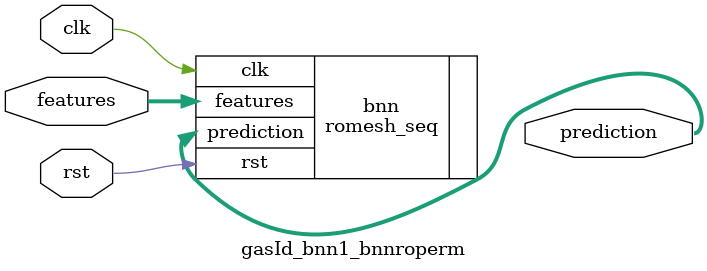
<source format=v>














module gasId_bnn1_bnnroperm #(

parameter FEAT_CNT = 128,
parameter HIDDEN_CNT = 40,
parameter FEAT_BITS = 4,
parameter CLASS_CNT = 6,
parameter TEST_CNT = 1000


  ) (
  input clk,
  input rst,
  input [FEAT_CNT*FEAT_BITS-1:0] features,
  output [$clog2(CLASS_CNT)-1:0] prediction
  );

  localparam Weights0 = 5120'b01011111011111010001110111011111010011110101110110010111001100000111110110101100101010000001111101001111000111110011001100010011100100100000000010100001010000110011001101100011010000001001101110100110100000001111000000110010101000011110101001011111111111100110011000100001000000001100000100000100000101101111110111111101000000001100001111110000111100111001011011000011010111111010010100100000000001001010110011001111011000001110000011001011110011101010001010100010010001000101011110110000000100001010110000101001100001100011111111111101000101110110011101011111101000011111000010110010100110111101101110011101001111111010111101100011100000001010011101010111110000000000001000010101001011111110001000100010111110111100110011110011010001000010101110100110010011000010000010000011111001100010000111000001100011010011011110100000101000001100001101000111001101100111001111001101100001110101111110011100110010110110110110100000111000001010011000001111001000011000010111000101000011111110001011100000000011110001111101010111110000010010000000100110001001100110111100010110100001000100001000100010101010011000101111110111101101110000111101100110000010001100000111000101000000000110111111101111110100000100000010101010111000100001011100100001100001111111010100110101010001010100100000000001101110001111100001011111100111110000111001111011000000000100000001001101011110111001101010101000011111111111111100000000001001100000001100000110011000101100110000011110111001101100000011100010000100111100101111110111110101000010111011010110001010001101110010100001001100010100001111100010100111111000000110000100001000101001101011000101110101001011011110001111000001101110000011000100111111000110110100011000110111001100001000001101011111111111110110010010010111010100101010101000000100101010001010100011010011111100101011011111011100000001110011001011011110111110010001000000000011100110100100111011011110000111111110100111101100010010001010110100100001010001101010101010101111110000011010111110101110111000000101111010011010101101111001000010111101010111100110010010000110010101101111111101000111010001100011100000101111111111111100011110001100101111110001001101001100001111010011011111001111110000000111100000110001010100000011100101001001011010011101111111100101001010011110000010001101110111000000100000010111111101111110011100011111000011110010011100110110000010000000101111111111111101010011001010111011000110111000011000101101001000110011011111000111011010111110011101100110000010100101101001101111111101110111011111110100011100110111001111100100001000000101110011100011010001111111011111001110001011000001101110111111111011111111111111000111000101001111110010000010101010101011011000001111111001110110011111110111110000100001011000100110110000111100011111101111110111111100111110001000101010101011111011110010101111111111011111001110100101101001011110001111100111111011101010111000100000000000111110111111101100100101001001100111101000111100100000101100100011111000011111111100100001100011011000110111101111101110000001011110000001101001101000110010110010101010111111101000000011111011010000001010110100001110000011101011111100111100000000001000000111110111001001110100001111001001001110110111111001000011000000010110010011101011011101010111111011100011001000000111111110010001011100101111000100111110101100001100111011010111000000010000100110000110100101100001110010000101001111001001110001000000110100111000110100010000110001011101110111010101110111010101110110000110011000100111000101111110011010111101001111100001101010110000101001111001011110100111110110110010011010100101001100000001100000110000001100000100000010001000111001110111010100001000000100000000100001011000101100011011010100101011101100111111111010011101001101101001101101110110001101110100101111110001001111111111111101001100111111101100001010110110101111000010111001100111110101111110100000101000011100011100000111010000100100010001100000001000000110001000000110000101011010010111101111101011111001000001100010001110000011001111010111100110111010100110100111001011111000101001000010111000100001001111010010110110101010000001110001000100010110000100100001000000010110001011000010001000011100000011110100011000011000000000010011111000111000011110010101110110111001001001100001011000001110101000101010011100010000000010101110110011111101111001000010010101100001011001101000010100001010111100111111001000010100010101100101010000011100000110000001111100000111000110100001000000110000000111110011010001011100110100011111101001101101010000100100010011010000110110000101001000001011111111011111111000110101011100001100010111011001000111100001111111011010110101111111110011111101000001110011011111101111111111000000001000000110100000111101000110100111101000001110100011101110001000010100011000001110000000011111010111010010000001100001101111110101111100011111001100111110111101001100001100011011000110011101110111110001011101100111101000001110000001010111110101110110000100111111110000010010000101110000101100100100111010001110011111010000010111010101101000001111111110011011111000010110000111011111000111110000011001101011000011111001111001010001111000000101111100111011 ;
  localparam Weights1 = 240'b010111001101111111111100000110010001010111101110000001111101110000100101101101110001111111011111110111000001000100010101110010101111101100000010111110110011110111001111101110110000111010011001000110101000100000101111111111100101010100010101 ;

  romesh_seq #(.FEAT_CNT(FEAT_CNT),.FEAT_BITS(FEAT_BITS),.HIDDEN_CNT(HIDDEN_CNT),.CLASS_CNT(CLASS_CNT),.Weights0(Weights0),.Weights1(Weights1)) bnn (
    .clk(clk),
    .rst(rst),
    .features(features),
    .prediction(prediction)
  );

endmodule

</source>
